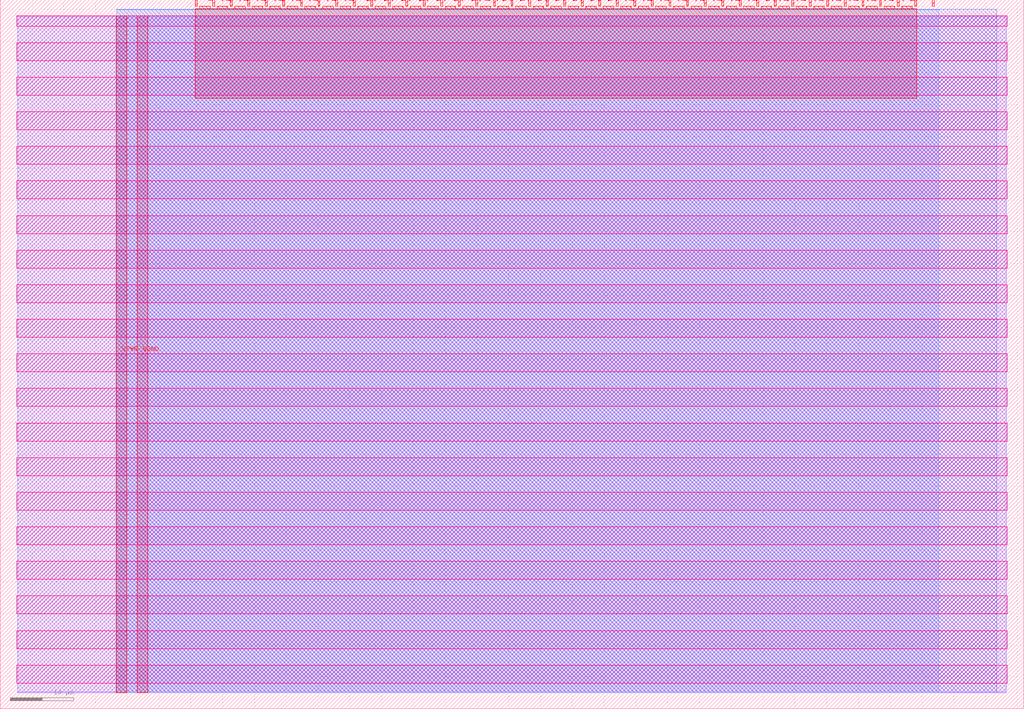
<source format=lef>
VERSION 5.7 ;
  NOWIREEXTENSIONATPIN ON ;
  DIVIDERCHAR "/" ;
  BUSBITCHARS "[]" ;
MACRO tt_um_ezchips_calc
  CLASS BLOCK ;
  FOREIGN tt_um_ezchips_calc ;
  ORIGIN 0.000 0.000 ;
  SIZE 161.000 BY 111.520 ;
  PIN VGND
    DIRECTION INOUT ;
    USE GROUND ;
    PORT
      LAYER met4 ;
        RECT 21.580 2.480 23.180 109.040 ;
    END
  END VGND
  PIN VPWR
    DIRECTION INOUT ;
    USE POWER ;
    PORT
      LAYER met4 ;
        RECT 18.280 2.480 19.880 109.040 ;
    END
  END VPWR
  PIN clk
    DIRECTION INPUT ;
    USE SIGNAL ;
    ANTENNAGATEAREA 0.852000 ;
    PORT
      LAYER met4 ;
        RECT 143.830 110.520 144.130 111.520 ;
    END
  END clk
  PIN ena
    DIRECTION INPUT ;
    USE SIGNAL ;
    PORT
      LAYER met4 ;
        RECT 146.590 110.520 146.890 111.520 ;
    END
  END ena
  PIN rst_n
    DIRECTION INPUT ;
    USE SIGNAL ;
    ANTENNAGATEAREA 0.196500 ;
    PORT
      LAYER met4 ;
        RECT 141.070 110.520 141.370 111.520 ;
    END
  END rst_n
  PIN ui_in[0]
    DIRECTION INPUT ;
    USE SIGNAL ;
    ANTENNAGATEAREA 0.196500 ;
    PORT
      LAYER met4 ;
        RECT 138.310 110.520 138.610 111.520 ;
    END
  END ui_in[0]
  PIN ui_in[1]
    DIRECTION INPUT ;
    USE SIGNAL ;
    ANTENNAGATEAREA 0.196500 ;
    PORT
      LAYER met4 ;
        RECT 135.550 110.520 135.850 111.520 ;
    END
  END ui_in[1]
  PIN ui_in[2]
    DIRECTION INPUT ;
    USE SIGNAL ;
    ANTENNAGATEAREA 0.196500 ;
    PORT
      LAYER met4 ;
        RECT 132.790 110.520 133.090 111.520 ;
    END
  END ui_in[2]
  PIN ui_in[3]
    DIRECTION INPUT ;
    USE SIGNAL ;
    ANTENNAGATEAREA 0.196500 ;
    PORT
      LAYER met4 ;
        RECT 130.030 110.520 130.330 111.520 ;
    END
  END ui_in[3]
  PIN ui_in[4]
    DIRECTION INPUT ;
    USE SIGNAL ;
    ANTENNAGATEAREA 0.196500 ;
    PORT
      LAYER met4 ;
        RECT 127.270 110.520 127.570 111.520 ;
    END
  END ui_in[4]
  PIN ui_in[5]
    DIRECTION INPUT ;
    USE SIGNAL ;
    ANTENNAGATEAREA 0.196500 ;
    PORT
      LAYER met4 ;
        RECT 124.510 110.520 124.810 111.520 ;
    END
  END ui_in[5]
  PIN ui_in[6]
    DIRECTION INPUT ;
    USE SIGNAL ;
    ANTENNAGATEAREA 0.318000 ;
    PORT
      LAYER met4 ;
        RECT 121.750 110.520 122.050 111.520 ;
    END
  END ui_in[6]
  PIN ui_in[7]
    DIRECTION INPUT ;
    USE SIGNAL ;
    ANTENNAGATEAREA 0.196500 ;
    PORT
      LAYER met4 ;
        RECT 118.990 110.520 119.290 111.520 ;
    END
  END ui_in[7]
  PIN uio_in[0]
    DIRECTION INPUT ;
    USE SIGNAL ;
    PORT
      LAYER met4 ;
        RECT 116.230 110.520 116.530 111.520 ;
    END
  END uio_in[0]
  PIN uio_in[1]
    DIRECTION INPUT ;
    USE SIGNAL ;
    PORT
      LAYER met4 ;
        RECT 113.470 110.520 113.770 111.520 ;
    END
  END uio_in[1]
  PIN uio_in[2]
    DIRECTION INPUT ;
    USE SIGNAL ;
    PORT
      LAYER met4 ;
        RECT 110.710 110.520 111.010 111.520 ;
    END
  END uio_in[2]
  PIN uio_in[3]
    DIRECTION INPUT ;
    USE SIGNAL ;
    PORT
      LAYER met4 ;
        RECT 107.950 110.520 108.250 111.520 ;
    END
  END uio_in[3]
  PIN uio_in[4]
    DIRECTION INPUT ;
    USE SIGNAL ;
    PORT
      LAYER met4 ;
        RECT 105.190 110.520 105.490 111.520 ;
    END
  END uio_in[4]
  PIN uio_in[5]
    DIRECTION INPUT ;
    USE SIGNAL ;
    PORT
      LAYER met4 ;
        RECT 102.430 110.520 102.730 111.520 ;
    END
  END uio_in[5]
  PIN uio_in[6]
    DIRECTION INPUT ;
    USE SIGNAL ;
    PORT
      LAYER met4 ;
        RECT 99.670 110.520 99.970 111.520 ;
    END
  END uio_in[6]
  PIN uio_in[7]
    DIRECTION INPUT ;
    USE SIGNAL ;
    PORT
      LAYER met4 ;
        RECT 96.910 110.520 97.210 111.520 ;
    END
  END uio_in[7]
  PIN uio_oe[0]
    DIRECTION OUTPUT ;
    USE SIGNAL ;
    ANTENNADIFFAREA 0.445500 ;
    PORT
      LAYER met4 ;
        RECT 49.990 110.520 50.290 111.520 ;
    END
  END uio_oe[0]
  PIN uio_oe[1]
    DIRECTION OUTPUT ;
    USE SIGNAL ;
    ANTENNADIFFAREA 0.445500 ;
    PORT
      LAYER met4 ;
        RECT 47.230 110.520 47.530 111.520 ;
    END
  END uio_oe[1]
  PIN uio_oe[2]
    DIRECTION OUTPUT ;
    USE SIGNAL ;
    ANTENNADIFFAREA 0.445500 ;
    PORT
      LAYER met4 ;
        RECT 44.470 110.520 44.770 111.520 ;
    END
  END uio_oe[2]
  PIN uio_oe[3]
    DIRECTION OUTPUT ;
    USE SIGNAL ;
    ANTENNADIFFAREA 0.445500 ;
    PORT
      LAYER met4 ;
        RECT 41.710 110.520 42.010 111.520 ;
    END
  END uio_oe[3]
  PIN uio_oe[4]
    DIRECTION OUTPUT ;
    USE SIGNAL ;
    ANTENNADIFFAREA 0.445500 ;
    PORT
      LAYER met4 ;
        RECT 38.950 110.520 39.250 111.520 ;
    END
  END uio_oe[4]
  PIN uio_oe[5]
    DIRECTION OUTPUT ;
    USE SIGNAL ;
    ANTENNADIFFAREA 0.445500 ;
    PORT
      LAYER met4 ;
        RECT 36.190 110.520 36.490 111.520 ;
    END
  END uio_oe[5]
  PIN uio_oe[6]
    DIRECTION OUTPUT ;
    USE SIGNAL ;
    ANTENNADIFFAREA 0.445500 ;
    PORT
      LAYER met4 ;
        RECT 33.430 110.520 33.730 111.520 ;
    END
  END uio_oe[6]
  PIN uio_oe[7]
    DIRECTION OUTPUT ;
    USE SIGNAL ;
    ANTENNADIFFAREA 0.445500 ;
    PORT
      LAYER met4 ;
        RECT 30.670 110.520 30.970 111.520 ;
    END
  END uio_oe[7]
  PIN uio_out[0]
    DIRECTION OUTPUT ;
    USE SIGNAL ;
    ANTENNADIFFAREA 0.445500 ;
    PORT
      LAYER met4 ;
        RECT 72.070 110.520 72.370 111.520 ;
    END
  END uio_out[0]
  PIN uio_out[1]
    DIRECTION OUTPUT ;
    USE SIGNAL ;
    ANTENNADIFFAREA 0.445500 ;
    PORT
      LAYER met4 ;
        RECT 69.310 110.520 69.610 111.520 ;
    END
  END uio_out[1]
  PIN uio_out[2]
    DIRECTION OUTPUT ;
    USE SIGNAL ;
    ANTENNADIFFAREA 0.445500 ;
    PORT
      LAYER met4 ;
        RECT 66.550 110.520 66.850 111.520 ;
    END
  END uio_out[2]
  PIN uio_out[3]
    DIRECTION OUTPUT ;
    USE SIGNAL ;
    ANTENNADIFFAREA 0.445500 ;
    PORT
      LAYER met4 ;
        RECT 63.790 110.520 64.090 111.520 ;
    END
  END uio_out[3]
  PIN uio_out[4]
    DIRECTION OUTPUT ;
    USE SIGNAL ;
    ANTENNADIFFAREA 0.445500 ;
    PORT
      LAYER met4 ;
        RECT 61.030 110.520 61.330 111.520 ;
    END
  END uio_out[4]
  PIN uio_out[5]
    DIRECTION OUTPUT ;
    USE SIGNAL ;
    ANTENNADIFFAREA 0.445500 ;
    PORT
      LAYER met4 ;
        RECT 58.270 110.520 58.570 111.520 ;
    END
  END uio_out[5]
  PIN uio_out[6]
    DIRECTION OUTPUT ;
    USE SIGNAL ;
    ANTENNADIFFAREA 0.445500 ;
    PORT
      LAYER met4 ;
        RECT 55.510 110.520 55.810 111.520 ;
    END
  END uio_out[6]
  PIN uio_out[7]
    DIRECTION OUTPUT ;
    USE SIGNAL ;
    ANTENNADIFFAREA 0.445500 ;
    PORT
      LAYER met4 ;
        RECT 52.750 110.520 53.050 111.520 ;
    END
  END uio_out[7]
  PIN uo_out[0]
    DIRECTION OUTPUT ;
    USE SIGNAL ;
    ANTENNADIFFAREA 0.445500 ;
    PORT
      LAYER met4 ;
        RECT 94.150 110.520 94.450 111.520 ;
    END
  END uo_out[0]
  PIN uo_out[1]
    DIRECTION OUTPUT ;
    USE SIGNAL ;
    ANTENNADIFFAREA 0.445500 ;
    PORT
      LAYER met4 ;
        RECT 91.390 110.520 91.690 111.520 ;
    END
  END uo_out[1]
  PIN uo_out[2]
    DIRECTION OUTPUT ;
    USE SIGNAL ;
    ANTENNADIFFAREA 0.445500 ;
    PORT
      LAYER met4 ;
        RECT 88.630 110.520 88.930 111.520 ;
    END
  END uo_out[2]
  PIN uo_out[3]
    DIRECTION OUTPUT ;
    USE SIGNAL ;
    ANTENNADIFFAREA 0.795200 ;
    PORT
      LAYER met4 ;
        RECT 85.870 110.520 86.170 111.520 ;
    END
  END uo_out[3]
  PIN uo_out[4]
    DIRECTION OUTPUT ;
    USE SIGNAL ;
    ANTENNADIFFAREA 0.445500 ;
    PORT
      LAYER met4 ;
        RECT 83.110 110.520 83.410 111.520 ;
    END
  END uo_out[4]
  PIN uo_out[5]
    DIRECTION OUTPUT ;
    USE SIGNAL ;
    ANTENNADIFFAREA 0.445500 ;
    PORT
      LAYER met4 ;
        RECT 80.350 110.520 80.650 111.520 ;
    END
  END uo_out[5]
  PIN uo_out[6]
    DIRECTION OUTPUT ;
    USE SIGNAL ;
    ANTENNADIFFAREA 0.445500 ;
    PORT
      LAYER met4 ;
        RECT 77.590 110.520 77.890 111.520 ;
    END
  END uo_out[6]
  PIN uo_out[7]
    DIRECTION OUTPUT ;
    USE SIGNAL ;
    ANTENNADIFFAREA 0.445500 ;
    PORT
      LAYER met4 ;
        RECT 74.830 110.520 75.130 111.520 ;
    END
  END uo_out[7]
  OBS
      LAYER nwell ;
        RECT 2.570 107.385 158.430 108.990 ;
        RECT 2.570 101.945 158.430 104.775 ;
        RECT 2.570 96.505 158.430 99.335 ;
        RECT 2.570 91.065 158.430 93.895 ;
        RECT 2.570 85.625 158.430 88.455 ;
        RECT 2.570 80.185 158.430 83.015 ;
        RECT 2.570 74.745 158.430 77.575 ;
        RECT 2.570 69.305 158.430 72.135 ;
        RECT 2.570 63.865 158.430 66.695 ;
        RECT 2.570 58.425 158.430 61.255 ;
        RECT 2.570 52.985 158.430 55.815 ;
        RECT 2.570 47.545 158.430 50.375 ;
        RECT 2.570 42.105 158.430 44.935 ;
        RECT 2.570 36.665 158.430 39.495 ;
        RECT 2.570 31.225 158.430 34.055 ;
        RECT 2.570 25.785 158.430 28.615 ;
        RECT 2.570 20.345 158.430 23.175 ;
        RECT 2.570 14.905 158.430 17.735 ;
        RECT 2.570 9.465 158.430 12.295 ;
        RECT 2.570 4.025 158.430 6.855 ;
      LAYER li1 ;
        RECT 2.760 2.635 158.240 108.885 ;
      LAYER met1 ;
        RECT 2.760 2.480 158.240 109.040 ;
      LAYER met2 ;
        RECT 18.310 2.535 156.760 110.005 ;
      LAYER met3 ;
        RECT 18.290 2.555 147.595 109.985 ;
      LAYER met4 ;
        RECT 31.370 110.120 33.030 110.520 ;
        RECT 34.130 110.120 35.790 110.520 ;
        RECT 36.890 110.120 38.550 110.520 ;
        RECT 39.650 110.120 41.310 110.520 ;
        RECT 42.410 110.120 44.070 110.520 ;
        RECT 45.170 110.120 46.830 110.520 ;
        RECT 47.930 110.120 49.590 110.520 ;
        RECT 50.690 110.120 52.350 110.520 ;
        RECT 53.450 110.120 55.110 110.520 ;
        RECT 56.210 110.120 57.870 110.520 ;
        RECT 58.970 110.120 60.630 110.520 ;
        RECT 61.730 110.120 63.390 110.520 ;
        RECT 64.490 110.120 66.150 110.520 ;
        RECT 67.250 110.120 68.910 110.520 ;
        RECT 70.010 110.120 71.670 110.520 ;
        RECT 72.770 110.120 74.430 110.520 ;
        RECT 75.530 110.120 77.190 110.520 ;
        RECT 78.290 110.120 79.950 110.520 ;
        RECT 81.050 110.120 82.710 110.520 ;
        RECT 83.810 110.120 85.470 110.520 ;
        RECT 86.570 110.120 88.230 110.520 ;
        RECT 89.330 110.120 90.990 110.520 ;
        RECT 92.090 110.120 93.750 110.520 ;
        RECT 94.850 110.120 96.510 110.520 ;
        RECT 97.610 110.120 99.270 110.520 ;
        RECT 100.370 110.120 102.030 110.520 ;
        RECT 103.130 110.120 104.790 110.520 ;
        RECT 105.890 110.120 107.550 110.520 ;
        RECT 108.650 110.120 110.310 110.520 ;
        RECT 111.410 110.120 113.070 110.520 ;
        RECT 114.170 110.120 115.830 110.520 ;
        RECT 116.930 110.120 118.590 110.520 ;
        RECT 119.690 110.120 121.350 110.520 ;
        RECT 122.450 110.120 124.110 110.520 ;
        RECT 125.210 110.120 126.870 110.520 ;
        RECT 127.970 110.120 129.630 110.520 ;
        RECT 130.730 110.120 132.390 110.520 ;
        RECT 133.490 110.120 135.150 110.520 ;
        RECT 136.250 110.120 137.910 110.520 ;
        RECT 139.010 110.120 140.670 110.520 ;
        RECT 141.770 110.120 143.430 110.520 ;
        RECT 30.655 96.055 144.145 110.120 ;
  END
END tt_um_ezchips_calc
END LIBRARY


</source>
